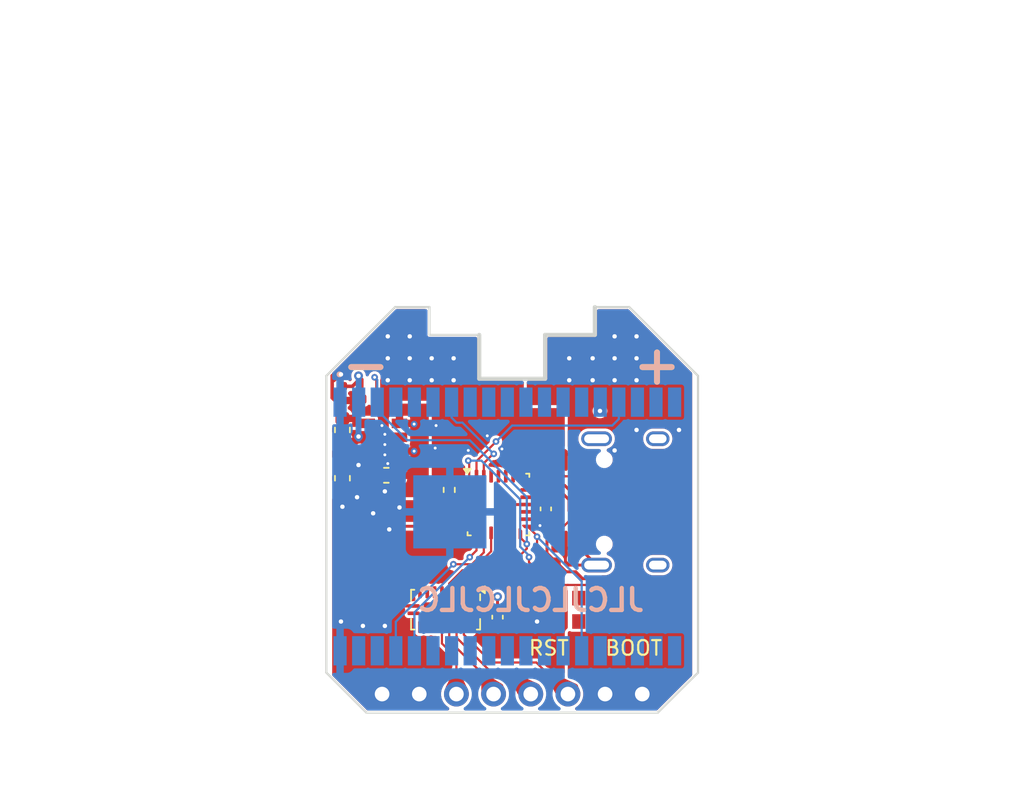
<source format=kicad_pcb>
(kicad_pcb (version 20241229) (generator "pcbnew") (generator_version "9.0")
  (layers (0 "F.Cu" signal) (4 "In1.Cu" signal) (6 "In2.Cu" signal) (2 "B.Cu" signal) (13 "F.Paste" user) (15 "B.Paste" user) (5 "F.SilkS" user "F.Silkscreen") (7 "B.SilkS" user "B.Silkscreen") (1 "F.Mask" user) (3 "B.Mask" user) (25 "Edge.Cuts" user))
  (net 0 "")
  (net 1 "USBD-")
  (net 2 "VUSB")
  (net 3 "USBD+")
  (net 5 "Net-(J2-CC2)")
  (net 6 "Net-(J2-CC1)")
  (net 8 "DFUBOOT")
  (net 9 "Net-(U2-NRST)")
  (net 10 "Net-(SW1-A)")
  (net 11 "P4")
  (net 12 "ESPBOOT")
  (net 22 "GND")
  (net 23 "+5V")
  (net 24 "3V3")
  (net 25 "ESPEN")
  (net 30 "ESPRX")
  (net 33 "ESPTX")
  (net 34 "STMTX")
  (net 35 "STMRX")
  (net 50 "P3")
  (net 59 "P5")
  (net 60 "P6")
  (net 63 "SWDCLK")
  (net 65 "SWDIO")
  (net 70 "Net-(U2-PA6)")
  (net 71 "Net-(U2-PA7)")
  (net 72 "Net-(U2-PA4)")
  (net 73 "Net-(U2-PA5)")
  (footprint "Connector_PinHeader_2.54mm:PinHeader_1x08_P2.54mm_Vertical" (layer "F.Cu") (at 0 -2.54 90)
    (property "Reference" "J1" (hide yes))
    (property "Value" "Conn_01x08_Male")
  )
  (footprint "footprints:USB_C_Receptacle_HRO_TYPE-C-31-M-12" (layer "F.Cu") (at 8.9 -15.68 90)
    (property "Reference" "J2" (hide yes))
    (property "Value" "USB_C_Receptacle_USB2.0")
  )
  (footprint "esp32-wrover:C_0603_1608Metric" (layer "F.Cu") (at -8.6 -17.5 180)
    (property "Reference" "C2" (hide yes))
    (property "Value" "10uF")
  )
  (footprint "esp32-wrover:C_0603_1608Metric" (layer "F.Cu") (at -11.6 -17.3 -90)
    (property "Reference" "C9" (hide yes))
    (property "Value" "10uF")
  )
  (footprint "esp32-wrover:C_0603_1608Metric" (layer "F.Cu") (at -11.6 -20.6 90)
    (property "Reference" "C4" (hide yes))
    (property "Value" "10uF")
  )
  (footprint "Capacitor_SMD:C_0402_1005Metric" (layer "F.Cu") (at -11.6 -23.1 -90)
    (property "Reference" "C5" (hide yes))
    (property "Value" "100nF")
  )
  (footprint "Resistor_SMD:R_0402_1005Metric" (layer "F.Cu") (at -9.77 -22.71)
    (property "Reference" "R5" (hide yes))
    (property "Value" "10k")
  )
  (footprint "Resistor_SMD:R_0402_1005Metric" (layer "F.Cu") (at -4.3 -14.5 -90)
    (property "Reference" "R6" (hide yes))
    (property "Value" "10k" (hide yes))
  )
  (footprint "Resistor_SMD:R_0402_1005Metric" (layer "F.Cu") (at 3 -13 90)
    (property "Reference" "R8" (hide yes))
    (property "Value" "5.1k" (hide yes))
  )
  (footprint "Resistor_SMD:R_0402_1005Metric" (layer "F.Cu") (at 3 -18.515 -90)
    (property "Reference" "R9" (hide yes))
    (property "Value" "5.1k")
  )
  (footprint "Resistor_SMD:R_0402_1005Metric" (layer "F.Cu") (at 0.4 -11.2 -90)
    (property "Reference" "R10" (hide yes))
    (property "Value" "470 Ohm" (hide yes))
  )
  (footprint "Resistor_SMD:R_0402_1005Metric" (layer "F.Cu") (at 3 -11.1 -90)
    (property "Reference" "R11" (hide yes))
    (property "Value" "10k" (hide yes))
  )
  (footprint "Button_Switch_SMD:SW_Push_1P1T_NO_CK_KMR2" (layer "F.Cu") (at 2.5 -8.3)
    (property "Reference" "SW1" (hide yes))
    (property "Value" "SW_SPST")
  )
  (footprint "Button_Switch_SMD:SW_Push_1P1T_NO_CK_KMR2" (layer "F.Cu") (at 8.349999 -8.3)
    (property "Reference" "SW2" (hide yes))
    (property "Value" "SW_SPST")
  )
  (footprint "Package_TO_SOT_SMD:SOT-23-5" (layer "F.Cu") (at -8.8 -20.1 180)
    (property "Reference" "U3" (hide yes))
    (property "Value" "ME6211C33M5G-N")
  )
  (footprint "Capacitor_SMD:C_0402_1005Metric" (layer "F.Cu") (at 2.3 -15.2 -90)
    (property "Reference" "C7" (hide yes))
    (property "Value" "1uF" (hide yes))
  )
  (footprint "Resistor_SMD:R_0402_1005Metric" (layer "F.Cu") (at -4.3 -16.5 90)
    (property "Reference" "R14" (hide yes))
    (property "Value" "10k")
  )
  (footprint "Capacitor_SMD:C_0402_1005Metric" (layer "F.Cu") (at -1 -7.8 -90)
    (property "Reference" "C8" (hide yes))
    (property "Value" "1uF" (hide yes))
  )
  (footprint "Package_DFN_QFN:DHVQFN-20-1EP_2.5x4.5mm_P0.5mm_EP1x3mm" (layer "F.Cu") (at -4.55 -8.3125 -90)
    (property "Reference" "U6" (hide yes))
    (property "Value" "74HC245")
  )
  (footprint "Package_DFN_QFN:QFN-28_4x4mm_P0.5mm" (layer "F.Cu") (at -0.9375 -15.5)
    (property "Reference" "U2" (hide yes))
    (property "Value" "STM32F042")
  )
  (footprint "esp32-wrover:XCVR_ESP32-WROVER" (layer "B.Cu") (at -3.5 -14 -90)
    (property "Reference" "U1" (hide yes))
    (property "Value" "ESP32-WROVER")
  )
  (gr_line (start 8.9 -24.9) (end 10.9 -24.9) (stroke (width 0.4)) (layer "F.SilkS"))
  (gr_line (start 9.9 -23.9) (end 9.9 -25.9) (stroke (width 0.4)) (layer "F.SilkS"))
  (gr_line (start -11 -24.9) (end -9 -24.9) (stroke (width 0.4)) (layer "F.SilkS"))
  (gr_line (start 9.9 -23.9) (end 9.9 -25.9) (stroke (width 0.4)) (layer "B.SilkS"))
  (gr_line (start 8.9 -24.9) (end 10.9 -24.9) (stroke (width 0.4)) (layer "B.SilkS"))
  (gr_line (start -11 -24.9) (end -9 -24.9) (stroke (width 0.4)) (layer "B.SilkS"))
  (gr_line (start -9.96 -1.27) (end 9.95 -1.27) (stroke (width 0.15)) (layer "Edge.Cuts"))
  (gr_line (start 5.649267 -29) (end 8 -29) (stroke (width 0.15)) (layer "Edge.Cuts"))
  (gr_line (start -5.649784 -27.1) (end -2.249992 -27.100034) (stroke (width 0.15)) (layer "Edge.Cuts"))
  (gr_line (start 5.649267 -29) (end 5.649267 -27.100034) (stroke (width 0.282843)) (layer "Edge.Cuts"))
  (gr_line (start -5.649784 -29) (end -8 -29) (stroke (width 0.15)) (layer "Edge.Cuts"))
  (gr_line (start 2.249992 -27.100034) (end 2.249992 -24.099698) (stroke (width 0.282843)) (layer "Edge.Cuts"))
  (gr_line (start -5.649784 -29) (end -5.649784 -27.1) (stroke (width 0.15)) (layer "Edge.Cuts"))
  (gr_line (start 11.811 -3.13) (end 12.7 -4) (stroke (width 0.15)) (layer "Edge.Cuts"))
  (gr_line (start -8 -29) (end -12.7 -24.3) (stroke (width 0.15)) (layer "Edge.Cuts"))
  (gr_line (start -12.7 -4.01) (end -12.7 -24.3) (stroke (width 0.15)) (layer "Edge.Cuts"))
  (gr_line (start 11.811 -3.13) (end 9.95 -1.27) (stroke (width 0.15)) (layer "Edge.Cuts"))
  (gr_line (start -12.7 -4.01) (end -9.96 -1.27) (stroke (width 0.15)) (layer "Edge.Cuts"))
  (gr_line (start 5.649267 -27.100034) (end 2.249992 -27.100034) (stroke (width 0.282843)) (layer "Edge.Cuts"))
  (gr_line (start 8 -29) (end 12.7 -24.3) (stroke (width 0.15)) (layer "Edge.Cuts"))
  (gr_line (start 2.249992 -24.099698) (end -2.249992 -24.099698) (stroke (width 0.282843)) (layer "Edge.Cuts"))
  (gr_line (start -2.249992 -24.099698) (end -2.249992 -27.100034) (stroke (width 0.282843)) (layer "Edge.Cuts"))
  (gr_line (start 12.7 -4) (end 12.7 -24.3) (stroke (width 0.15)) (layer "Edge.Cuts"))
  (gr_text "RST" (at 2.5 -5.1 0) (layer "F.SilkS") (effects (font (size 1 1)) (justify bottom)))
  (gr_text "BOOT" (at 8.3 -5.1 0) (layer "F.SilkS") (effects (font (size 1 1)) (justify bottom)))
  (gr_text "JLCJLCJLCJLC" (at 1.27 -8.97 0) (layer "B.SilkS") (effects (font (size 1.5 1.5) (thickness 0.3)) (justify mirror)))
  (segment (start 4.855 -15.93) (end 3.978 -15.93) (width 0.2) (layer "F.Cu") (net 1))
  (segment (start 1.531588 -16.149) (end 1.550099 -16.149) (width 0.2) (layer "F.Cu") (net 1))
  (segment (start 3.978 -15.93) (end 3.879 -15.831) (width 0.2) (layer "F.Cu") (net 1))
  (segment (start 1.701098 -16.3) (end 3.41 -16.3) (width 0.2) (layer "F.Cu") (net 1))
  (segment (start 1 -16) (end 1.382588 -16) (width 0.2) (layer "F.Cu") (net 1))
  (segment (start 4.03 -14.93) (end 4.855 -14.93) (width 0.2) (layer "F.Cu") (net 1))
  (segment (start 1.550099 -16.149) (end 1.701098 -16.3) (width 0.2) (layer "F.Cu") (net 1))
  (segment (start 3.41 -16.3) (end 3.879 -15.831) (width 0.2) (layer "F.Cu") (net 1))
  (segment (start 3.879 -15.081) (end 4.03 -14.93) (width 0.2) (layer "F.Cu") (net 1))
  (segment (start 1.382588 -16) (end 1.531588 -16.149) (width 0.2) (layer "F.Cu") (net 1))
  (segment (start 3.879 -15.831) (end 3.879 -15.081) (width 0.2) (layer "F.Cu") (net 1))
  (segment (start 6.157 -13.657) (end 6.157 -17.703) (width 0.15) (layer "F.Cu") (net 2))
  (segment (start 5.73 -13.23) (end 6.157 -13.657) (width 0.15) (layer "F.Cu") (net 2))
  (segment (start 6.157 -17.703) (end 5.73 -18.13) (width 0.15) (layer "F.Cu") (net 2))
  (segment (start 5.73 -18.13) (end 4.855 -18.13) (width 0.15) (layer "F.Cu") (net 2))
  (segment (start 4.855 -13.23) (end 5.73 -13.23) (width 0.15) (layer "F.Cu") (net 2))
  (segment (start 5.78 -15.43) (end 5.831 -15.481) (width 0.2) (layer "F.Cu") (net 3))
  (segment (start 1.6985 -16.79379) (end 1.6985 -16.8) (width 0.2) (layer "F.Cu") (net 3))
  (segment (start 1 -16.5) (end 1.40471 -16.5) (width 0.2) (layer "F.Cu") (net 3))
  (segment (start 5.831 -15.481) (end 5.831 -16.269) (width 0.2) (layer "F.Cu") (net 3))
  (segment (start 3.6 -16.8) (end 3.97 -16.43) (width 0.2) (layer "F.Cu") (net 3))
  (segment (start 5.67 -16.43) (end 4.855 -16.43) (width 0.2) (layer "F.Cu") (net 3))
  (segment (start 1.6985 -16.8) (end 3.6 -16.8) (width 0.2) (layer "F.Cu") (net 3))
  (segment (start 4.855 -15.43) (end 5.78 -15.43) (width 0.2) (layer "F.Cu") (net 3))
  (segment (start 3.97 -16.43) (end 4.855 -16.43) (width 0.2) (layer "F.Cu") (net 3))
  (segment (start 5.831 -16.269) (end 5.67 -16.43) (width 0.2) (layer "F.Cu") (net 3))
  (segment (start 1.40471 -16.5) (end 1.6985 -16.79379) (width 0.2) (layer "F.Cu") (net 3))
  (segment (start 3.6 -17.43) (end 4.855 -17.43) (width 0.15) (layer "F.Cu") (net 5))
  (segment (start 3 -18.03) (end 3.6 -17.43) (width 0.15) (layer "F.Cu") (net 5))
  (segment (start 3.945 -14.43) (end 3 -13.485) (width 0.15) (layer "F.Cu") (net 6))
  (segment (start 4.855 -14.43) (end 3.945 -14.43) (width 0.15) (layer "F.Cu") (net 6))
  (segment (start 5.225999 -9.826) (end 5.051999 -10) (width 0.15) (layer "F.Cu") (net 8))
  (segment (start 1.15 -11.55) (end 1.15 -11.9) (width 0.15) (layer "F.Cu") (net 8))
  (segment (start 5.051999 -10) (end 3.8 -10) (width 0.15) (layer "F.Cu") (net 8))
  (segment (start 6.3 -7.5) (end 5.225999 -8.574001) (width 0.15) (layer "F.Cu") (net 8))
  (segment (start 2.7 -10) (end 1.15 -11.55) (width 0.15) (layer "F.Cu") (net 8))
  (segment (start 5.225999 -8.574001) (end 5.225999 -9.826) (width 0.15) (layer "F.Cu") (net 8))
  (segment (start 3.8 -10) (end 2.7 -10) (width 0.15) (layer "F.Cu") (net 8))
  (segment (start -2.935 -17) (end -4.290001 -17) (width 0.15) (layer "F.Cu") (net 8))
  (segment (start -4.290001 -17) (end -4.3 -17.009999) (width 0.15) (layer "F.Cu") (net 8))
  (segment (start -2.935 -18.435) (end -3 -18.5) (width 0.15) (layer "F.Cu") (net 8))
  (segment (start -2.935 -17) (end -2.935 -18.435) (width 0.15) (layer "F.Cu") (net 8))
  (via (at 1.15 -11.9) (size 0.45) (drill 0.2) (layers "F.Cu" "B.Cu") (net 8))
  (via (at -3 -18.5) (size 0.45) (drill 0.2) (layers "F.Cu" "B.Cu") (net 8))
  (segment (start 1.15 -11.9) (end 1.15 -12.012189) (width 0.15) (layer "B.Cu") (net 8))
  (segment (start -3 -18.5) (end -2.1 -18.5) (width 0.15) (layer "B.Cu") (net 8))
  (segment (start -2.1 -18.5) (end 0.549 -15.851) (width 0.15) (layer "B.Cu") (net 8))
  (segment (start 0.549 -15.851) (end 0.549 -12.613189) (width 0.15) (layer "B.Cu") (net 8))
  (segment (start 1.15 -12.012189) (end 0.549 -12.613189) (width 0.15) (layer "B.Cu") (net 8))
  (segment (start -2.874999 -15.5) (end -3.785 -15.5) (width 0.15) (layer "F.Cu") (net 9))
  (segment (start -3.785 -15.5) (end -4.3 -14.985) (width 0.15) (layer "F.Cu") (net 9))
  (segment (start 0.4 -9.150001) (end 0.450001 -9.1) (width 0.15) (layer "F.Cu") (net 10))
  (segment (start 0.4 -10.715) (end 0.4 -9.150001) (width 0.15) (layer "F.Cu") (net 10))
  (segment (start -4.3 -6.2) (end -4.3 -7.125) (width 0.15) (layer "F.Cu") (net 11))
  (segment (start -1.27 -3.17) (end -4.3 -6.2) (width 0.15) (layer "F.Cu") (net 11))
  (segment (start -1.27 -2.54) (end -1.27 -3.17) (width 0.15) (layer "F.Cu") (net 11))
  (segment (start 1.7 -13.3) (end 1.7 -13.36) (width 0.15) (layer "F.Cu") (net 12))
  (segment (start 3 -10.615) (end 2.87 -10.615) (width 0.15) (layer "F.Cu") (net 12))
  (segment (start 2.87 -10.615) (end 1.7 -11.785) (width 0.15) (layer "F.Cu") (net 12))
  (segment (start 1.7 -11.785) (end 1.7 -13.3) (width 0.15) (layer "F.Cu") (net 12))
  (segment (start 1.7 -13.36) (end 1.06 -14) (width 0.15) (layer "F.Cu") (net 12))
  (via (at 1.7 -13.3) (size 0.45) (drill 0.2) (layers "F.Cu" "B.Cu") (net 12))
  (segment (start 4.75 -10.25) (end 1.7 -13.3) (width 0.15) (layer "B.Cu") (net 12))
  (segment (start 4.75 -5.5) (end 4.75 -10.25) (width 0.15) (layer "B.Cu") (net 12))
  (segment (start -11.7 -24.4) (end -11.6 -24.3) (width 0.24) (layer "F.Cu") (net 22))
  (segment (start -12.3 -24.3) (end -12.2 -24.4) (width 0.24) (layer "F.Cu") (net 22))
  (segment (start -11.6 -15.8) (end -11.6 -16.8125) (width 0.4) (layer "F.Cu") (net 22))
  (segment (start -2.625 -7.3) (end -1.7 -7.3) (width 0.2) (layer "F.Cu") (net 22))
  (segment (start -1.68 -7.32) (end -1 -7.32) (width 0.2) (layer "F.Cu") (net 22))
  (segment (start -7.7 -20.1) (end -8.4 -20.1) (width 0.5) (layer "F.Cu") (net 22))
  (segment (start 3.64 -11.903362) (end 3.64 -11.603362) (width 0.2) (layer "F.Cu") (net 22))
  (segment (start 4.855 -18.93) (end 3.07 -18.93) (width 0.2) (layer "F.Cu") (net 22))
  (segment (start 1.67 -14.5) (end 1.6 -14.5) (width 0.2) (layer "F.Cu") (net 22))
  (segment (start -8.4 -20.1) (end -8.7 -20.4) (width 0.24) (layer "F.Cu") (net 22))
  (segment (start 4.77 -12.515) (end 4.855 -12.43) (width 0.2) (layer "F.Cu") (net 22))
  (segment (start 1.89 -14.72) (end 1.67 -14.5) (width 0.2) (layer "F.Cu") (net 22))
  (segment (start -11.6 -21.3875) (end -11.6 -22.615) (width 0.24) (layer "F.Cu") (net 22))
  (segment (start -12.2 -24.4) (end -11.7 -24.4) (width 0.24) (layer "F.Cu") (net 22))
  (segment (start 3 -12.515) (end 4.77 -12.515) (width 0.2) (layer "F.Cu") (net 22))
  (segment (start 5.77 -11.36) (end 3.883362 -11.36) (width 0.2) (layer "F.Cu") (net 22))
  (segment (start 1.6 -14.42) (end 1.6 -14.5) (width 0.2) (layer "F.Cu") (net 22))
  (segment (start 1.9 -14.06) (end 1.9 -14.12) (width 0.2) (layer "F.Cu") (net 22))
  (segment (start -7.8 -8.6) (end -7.7625 -8.5625) (width 0.2) (layer "F.Cu") (net 22))
  (segment (start -12.1 -22.6) (end -12.3 -22.8) (width 0.24) (layer "F.Cu") (net 22))
  (segment (start 0.450001 -7.5) (end 1.7 -7.5) (width 0.2) (layer "F.Cu") (net 22))
  (segment (start -11.6 -22.615) (end -11.615 -22.6) (width 0.24) (layer "F.Cu") (net 22))
  (segment (start -6.7375 -8.5625) (end -7.7625 -8.5625) (width 0.2) (layer "F.Cu") (net 22))
  (segment (start -2.8 -7.125) (end -2.625 -7.3) (width 0.2) (layer "F.Cu") (net 22))
  (segment (start 1.9 -14.12) (end 1.6 -14.42) (width 0.2) (layer "F.Cu") (net 22))
  (segment (start 4.855 -12.43) (end 4.855 -12.275) (width 0.2) (layer "F.Cu") (net 22))
  (segment (start -12.3 -22.8) (end -12.3 -24.3) (width 0.24) (layer "F.Cu") (net 22))
  (segment (start 2.3 -14.72) (end 1.89 -14.72) (width 0.2) (layer "F.Cu") (net 22))
  (segment (start -1.7 -7.3) (end -1.68 -7.32) (width 0.2) (layer "F.Cu") (net 22))
  (segment (start -11.615 -22.6) (end -12.1 -22.6) (width 0.24) (layer "F.Cu") (net 22))
  (segment (start 3.028362 -12.515) (end 3.64 -11.903362) (width 0.2) (layer "F.Cu") (net 22))
  (segment (start 3.883362 -11.36) (end 3.64 -11.603362) (width 0.2) (layer "F.Cu") (net 22))
  (segment (start 3.07 -18.93) (end 3 -19) (width 0.2) (layer "F.Cu") (net 22))
  (segment (start 1 -14.5) (end 1.6 -14.5) (width 0.2) (layer "F.Cu") (net 22))
  (segment (start 3 -12.515) (end 3.028362 -12.515) (width 0.2) (layer "F.Cu") (net 22))
  (segment (start 4.855 -12.275) (end 5.77 -11.36) (width 0.2) (layer "F.Cu") (net 22))
  (via (at -8.5 -25.5) (size 0.6) (drill 0.3) (layers "F.Cu" "B.Cu") (net 22))
  (via (at -8.5 -24) (size 0.6) (drill 0.3) (layers "F.Cu" "B.Cu") (net 22))
  (via (at -8.5 -27) (size 0.6) (drill 0.3) (layers "F.Cu" "B.Cu") (net 22))
  (via (at -8.7 -20.3) (size 0.45) (drill 0.2) (layers "F.Cu" "B.Cu") (net 22))
  (via (at -5.26 -19.36) (size 0.45) (drill 0.2) (layers "F.Cu" "B.Cu") (net 22))
  (via (at -8.5 -18.3) (size 0.45) (drill 0.2) (layers "F.Cu" "B.Cu") (net 22))
  (via (at -8.7 -18.9) (size 0.45) (drill 0.2) (layers "F.Cu" "B.Cu") (net 22))
  (via (at -8.9 -20.9) (size 0.45) (drill 0.2) (layers "F.Cu" "B.Cu") (net 22))
  (via (at -8.7 -19.6) (size 0.45) (drill 0.2) (layers "F.Cu" "B.Cu") (net 22))
  (via (at -4 -24) (size 0.6) (drill 0.3) (layers "F.Cu" "B.Cu") (net 22))
  (via (at -8.7 -7.2) (size 0.6) (drill 0.3) (layers "F.Cu" "B.Cu") (net 22))
  (via (at -0.7 -19.3) (size 0.45) (drill 0.2) (layers "F.Cu" "B.Cu") (net 22))
  (via (at -3 -19.2) (size 0.45) (drill 0.2) (layers "F.Cu" "B.Cu") (net 22))
  (via (at -5.5 -25.5) (size 0.6) (drill 0.3) (layers "F.Cu" "B.Cu") (net 22))
  (via (at -10.2 -7.2) (size 0.6) (drill 0.3) (layers "F.Cu" "B.Cu") (net 22))
  (via (at -7.7 -15.3) (size 0.6) (drill 0.3) (layers "F.Cu" "B.Cu") (net 22))
  (via (at 1.7 -7.5) (size 0.6) (drill 0.3) (layers "F.Cu" "B.Cu") (net 22))
  (via (at -8.4 -13.8) (size 0.6) (drill 0.3) (layers "F.Cu" "B.Cu") (net 22))
  (via (at -1.7 -20.2) (size 0.45) (drill 0.2) (layers "F.Cu" "B.Cu") (net 22))
  (via (at -10.6 -16) (size 0.6) (drill 0.3) (layers "F.Cu" "B.Cu") (net 22))
  (via (at -11.7 -24.4) (size 0.6) (drill 0.3) (layers "F.Cu" "B.Cu") (net 22))
  (via (at -7 -27) (size 0.6) (drill 0.3) (layers "F.Cu" "B.Cu") (net 22))
  (via (at -11.7 -7.5) (size 0.6) (drill 0.3) (layers "F.Cu" "B.Cu") (net 22))
  (via (at 1.9 -14.06) (size 0.45) (drill 0.2) (layers "F.Cu" "B.Cu") (net 22))
  (via (at -5.2 -20.9) (size 0.45) (drill 0.2) (layers "F.Cu" "B.Cu") (net 22))
  (via (at -10.5 -18.2) (size 0.6) (drill 0.3) (layers "F.Cu" "B.Cu") (net 22))
  (via (at -4 -25.5) (size 0.6) (drill 0.3) (layers "F.Cu" "B.Cu") (net 22))
  (via (at -7 -24) (size 0.6) (drill 0.3) (layers "F.Cu" "B.Cu") (net 22))
  (via (at -5.5 -24) (size 0.6) (drill 0.3) (layers "F.Cu" "B.Cu") (net 22))
  (via (at 6 -21.9) (size 0.6) (drill 0.3) (layers "F.Cu" "B.Cu") (net 22))
  (via (at -9.5 -14.9) (size 0.6) (drill 0.3) (layers "F.Cu" "B.Cu") (net 22))
  (via (at -7 -25.5) (size 0.6) (drill 0.3) (layers "F.Cu" "B.Cu") (net 22))
  (via (at -8.7 -16.4) (size 0.6) (drill 0.3) (layers "F.Cu" "B.Cu") (net 22))
  (via (at -11.6 -15.35) (size 0.6) (drill 0.3) (layers "F.Cu" "B.Cu") (net 22))
  (segment (start -11.76 -5.5) (end -11.76 -6.24) (width 0.25) (layer "B.Cu") (net 22))
  (segment (start -11.7 -24.4) (end -11.76 -24.34) (width 0.24) (layer "B.Cu") (net 22))
  (segment (start -11.76 -24.34) (end -11.76 -22.5) (width 0.24) (layer "B.Cu") (net 22))
  (segment (start -10.1 -26) (end -8.5 -26) (width 0.4) (layer "B.Cu") (net 22))
  (segment (start -4.26 -15) (end -3.7 -15) (width 0.2) (layer "B.Cu") (net 22))
  (segment (start -11.7 -24.4) (end -10.1 -26) (width 0.4) (layer "B.Cu") (net 22))
  (segment (start -11.76 -22.5) (end -11.76 -19.46) (width 0.24) (layer "B.Cu") (net 22))
  (segment (start 6.02 -21.92) (end 6 -21.9) (width 0.4) (layer "B.Cu") (net 22))
  (segment (start -11.76 -19.46) (end -10.5 -18.2) (width 0.24) (layer "B.Cu") (net 22))
  (segment (start 6.02 -22.5) (end 6.02 -21.92) (width 0.4) (layer "B.Cu") (net 22))
  (segment (start -3.7 -15) (end -3.34 -14.64) (width 0.2) (layer "B.Cu") (net 22))
  (segment (start -1.28 -8.28) (end -1.3 -8.3) (width 0.2) (layer "F.Cu") (net 23))
  (segment (start -1.5375 -8.0625) (end -1.3 -8.3) (width 0.2) (layer "F.Cu") (net 23))
  (segment (start -1 -8.28) (end -1.28 -8.28) (width 0.2) (layer "F.Cu") (net 23))
  (segment (start -1.5625 -8.5625) (end -2.3625 -8.5625) (width 0.2) (layer "F.Cu") (net 23))
  (segment (start -2.3625 -8.0625) (end -1.5375 -8.0625) (width 0.2) (layer "F.Cu") (net 23))
  (segment (start -6.7 -19.15) (end -7.8 -19.15) (width 0.5) (layer "F.Cu") (net 23))
  (segment (start -6.7 -19.15) (end -6.7 -21) (width 0.5) (layer "F.Cu") (net 23))
  (segment (start -7.8125 -17.75) (end -7.8125 -19.1375) (width 0.4) (layer "F.Cu") (net 23))
  (segment (start -1.3 -8.3) (end -1.5625 -8.5625) (width 0.2) (layer "F.Cu") (net 23))
  (segment (start -7.8125 -19.1375) (end -7.8 -19.15) (width 0.24) (layer "F.Cu") (net 23))
  (segment (start -6.750998 -21.05) (end -7.8 -21.05) (width 0.5) (layer "F.Cu") (net 23))
  (segment (start -1 -8.28) (end -1 -9.2) (width 0.2) (layer "F.Cu") (net 23))
  (via (at 8.5 -25.5) (size 0.6) (drill 0.3) (layers "F.Cu" "B.Cu") (net 23))
  (via (at 7 -25.5) (size 0.6) (drill 0.3) (layers "F.Cu" "B.Cu") (net 23))
  (via (at 8.5 -24) (size 0.6) (drill 0.3) (layers "F.Cu" "B.Cu") (net 23))
  (via (at 7 -27) (size 0.6) (drill 0.3) (layers "F.Cu" "B.Cu") (net 23))
  (via (at 7 -24) (size 0.6) (drill 0.3) (layers "F.Cu" "B.Cu") (net 23))
  (via (at 8.5 -27) (size 0.6) (drill 0.3) (layers "F.Cu" "B.Cu") (net 23))
  (via (at 5.5 -25.5) (size 0.6) (drill 0.3) (layers "F.Cu" "B.Cu") (net 23))
  (via (at -6.7 -19.15) (size 0.45) (drill 0.2) (layers "F.Cu" "B.Cu") (net 23))
  (via (at -6.7 -21) (size 0.45) (drill 0.2) (layers "F.Cu" "B.Cu") (net 23))
  (via (at 5.5 -24) (size 0.6) (drill 0.3) (layers "F.Cu" "B.Cu") (net 23))
  (via (at 3.9 -25.5) (size 0.6) (drill 0.3) (layers "F.Cu" "B.Cu") (net 23))
  (via (at 3.9 -24) (size 0.6) (drill 0.3) (layers "F.Cu" "B.Cu") (net 23))
  (via (at 8.5 -20.6) (size 0.6) (drill 0.3) (layers "F.Cu" "B.Cu") (net 23))
  (via (at 7 -19.2) (size 0.6) (drill 0.3) (layers "F.Cu" "B.Cu") (net 23))
  (via (at -1 -9.2) (size 0.6) (drill 0.3) (layers "F.Cu" "B.Cu") (net 23))
  (via (at 11.4 -20.6) (size 0.6) (drill 0.3) (layers "F.Cu" "B.Cu") (net 23))
  (segment (start -11.6 -18.3875) (end -11.6 -19.8125) (width 0.4) (layer "F.Cu") (net 24))
  (segment (start -10.915 -23.585) (end -10.5 -24) (width 0.24) (layer "F.Cu") (net 24))
  (segment (start -10.255 -24.055) (end -10.5 -24.3) (width 0.2) (layer "F.Cu") (net 24))
  (segment (start 2.9 -15.08) (end 2.9 -15.05755) (width 0.2) (layer "F.Cu") (net 24))
  (segment (start 2.9 -14.343362) (end 2.379 -13.822362) (width 0.2) (layer "F.Cu") (net 24))
  (segment (start -4.3 -14.028298) (end -3.328298 -15) (width 0.2) (layer "F.Cu") (net 24))
  (segment (start -0.222235 -15.5) (end -0.722235 -15) (width 0.2) (layer "F.Cu") (net 24))
  (segment (start 6.3 -9.8) (end 5.675 -10.425) (width 0.2) (layer "F.Cu") (net 24))
  (segment (start 2.3 -15.68) (end 1.88 -15.68) (width 0.2) (layer "F.Cu") (net 24))
  (segment (start -10 -19.15) (end -10 -19.65) (width 0.4) (layer "F.Cu") (net 24))
  (segment (start 2.3 -15.68) (end 2.9 -15.08) (width 0.2) (layer "F.Cu") (net 24))
  (segment (start -3.328298 -15) (end -2.875 -15) (width 0.2) (layer "F.Cu") (net 24))
  (segment (start 2.971638 -11.585) (end 3 -11.585) (width 0.2) (layer "F.Cu") (net 24))
  (segment (start -7.5275 -14.015) (end -11.6 -18.0875) (width 0.2) (layer "F.Cu") (net 24))
  (segment (start -10.8375 -19.8125) (end -10.5 -20.15) (width 0.4) (layer "F.Cu") (net 24))
  (segment (start -10 -19.65) (end -10.5 -20.15) (width 0.4) (layer "F.Cu") (net 24))
  (segment (start 3.685 -10.9) (end 3 -11.585) (width 0.2) (layer "F.Cu") (net 24))
  (segment (start -11.6 -19.8125) (end -10.8375 -19.8125) (width 0.4) (layer "F.Cu") (net 24))
  (segment (start 1.7 -15.1) (end 1.7 -15.5) (width 0.2) (layer "F.Cu") (net 24))
  (segment (start -0.722235 -15) (end -2.875 -15) (width 0.2) (layer "F.Cu") (net 24))
  (segment (start -4.3 -14.015) (end -7.5275 -14.015) (width 0.2) (layer "F.Cu") (net 24))
  (segment (start 2.9 -14.38245) (end 2.9 -14.343362) (width 0.2) (layer "F.Cu") (net 24))
  (segment (start 4.35 -10.9) (end 3.685 -10.9) (width 0.2) (layer "F.Cu") (net 24))
  (segment (start 2.9 -15.05755) (end 2.911 -15.04655) (width 0.2) (layer "F.Cu") (net 24))
  (segment (start 2.379 -13.822362) (end 2.379 -12.177638) (width 0.2) (layer "F.Cu") (net 24))
  (segment (start 2.911 -14.39345) (end 2.9 -14.38245) (width 0.2) (layer "F.Cu") (net 24))
  (segment (start -10.255 -22.71) (end -10.255 -24.055) (width 0.2) (layer "F.Cu") (net 24))
  (segment (start 1.7 -15.5) (end 0.999999 -15.5) (width 0.2) (layer "F.Cu") (net 24))
  (segment (start 6.3 -9.1) (end 6.3 -9.8) (width 0.2) (layer "F.Cu") (net 24))
  (segment (start -11.6 -23.585) (end -10.915 -23.585) (width 0.24) (layer "F.Cu") (net 24))
  (segment (start -4.3 -14.015) (end -4.3 -14.028298) (width 0.2) (layer "F.Cu") (net 24))
  (segment (start -10.5 -24.3) (end -10.5 -24) (width 0.24) (layer "F.Cu") (net 24))
  (segment (start 2.379 -12.177638) (end 2.971638 -11.585) (width 0.2) (layer "F.Cu") (net 24))
  (segment (start 4.825 -10.425) (end 4.35 -10.9) (width 0.2) (layer "F.Cu") (net 24))
  (segment (start 5.675 -10.425) (end 4.825 -10.425) (width 0.2) (layer "F.Cu") (net 24))
  (segment (start 1.88 -15.68) (end 1.7 -15.5) (width 0.2) (layer "F.Cu") (net 24))
  (segment (start 0.999999 -15.5) (end -0.222235 -15.5) (width 0.2) (layer "F.Cu") (net 24))
  (segment (start 1.6 -15) (end 1.7 -15.1) (width 0.2) (layer "F.Cu") (net 24))
  (segment (start 1 -15) (end 1.6 -15) (width 0.2) (layer "F.Cu") (net 24))
  (segment (start 2.911 -15.04655) (end 2.911 -14.39345) (width 0.2) (layer "F.Cu") (net 24))
  (via (at -10.5 -20.15) (size 0.6) (drill 0.3) (layers "F.Cu" "B.Cu") (net 24))
  (via (at -10.5 -24.3) (size 0.6) (drill 0.3) (layers "F.Cu" "B.Cu") (net 24))
  (segment (start -10.5 -24.3) (end -10.49 -24.29) (width 0.24) (layer "B.Cu") (net 24))
  (segment (start -10.49 -24.29) (end -10.49 -22.5) (width 0.4) (layer "B.Cu") (net 24))
  (segment (start -10.5 -20) (end -10.5 -22.49) (width 0.4) (layer "B.Cu") (net 24))
  (segment (start -10.5 -22.49) (end -10.49 -22.5) (width 0.24) (layer "B.Cu") (net 24))
  (segment (start -9.285 -22.71) (end -9.285 -24.085) (width 0.15) (layer "F.Cu") (net 25))
  (segment (start -9.285 -24.085) (end -9.4 -24.2) (width 0.15) (layer "F.Cu") (net 25))
  (segment (start 0.5625 -13.2375) (end 1 -12.8) (width 0.15) (layer "F.Cu") (net 25))
  (segment (start 0.4 -11.885) (end 1 -12.485) (width 0.15) (layer "F.Cu") (net 25))
  (segment (start 0.4 -11.685) (end 0.4 -11.885) (width 0.15) (layer "F.Cu") (net 25))
  (segment (start 0.5625 -13.5025) (end 0.5625 -13.2375) (width 0.15) (layer "F.Cu") (net 25))
  (segment (start 1 -12.485) (end 1 -12.8) (width 0.15) (layer "F.Cu") (net 25))
  (via (at 1 -12.8) (size 0.45) (drill 0.2) (layers "F.Cu" "B.Cu") (net 25))
  (via (at -9.4 -24.2) (size 0.45) (drill 0.2) (layers "F.Cu" "B.Cu") (net 25))
  (segment (start -9.22 -22.5) (end -9.22 -21.95) (width 0.15) (layer "B.Cu") (net 25))
  (segment (start -7.17 -19.9) (end -2.9 -19.9) (width 0.15) (layer "B.Cu") (net 25))
  (segment (start -9.4 -24.2) (end -9.22 -24.02) (width 0.15) (layer "B.Cu") (net 25))
  (segment (start -2.9 -19.9) (end 1 -16) (width 0.15) (layer "B.Cu") (net 25))
  (segment (start 1 -16) (end 1 -12.8) (width 0.15) (layer "B.Cu") (net 25))
  (segment (start -9.22 -21.95) (end -7.17 -19.9) (width 0.15) (layer "B.Cu") (net 25))
  (segment (start -9.22 -24.02) (end -9.22 -22.5) (width 0.15) (layer "B.Cu") (net 25))
  (segment (start -2.4375 -13.5025) (end -2.4375 -12.3625) (width 0.15) (layer "F.Cu") (net 30))
  (segment (start -2.4375 -12.3625) (end -2.9 -11.9) (width 0.15) (layer "F.Cu") (net 30))
  (via (at -2.9 -11.9) (size 0.45) (drill 0.2) (layers "F.Cu" "B.Cu") (net 30))
  (segment (start -6.68 -6.42) (end -6.68 -5.5) (width 0.25) (layer "B.Cu") (net 30))
  (segment (start -6.68 -8.12) (end -6.68 -5.5) (width 0.15) (layer "B.Cu") (net 30))
  (segment (start -6.68 -6.42) (end -6.68 -5.5) (width 0.25) (layer "B.Cu") (net 30))
  (segment (start -2.9 -11.9) (end -6.68 -8.12) (width 0.15) (layer "B.Cu") (net 30))
  (segment (start -4.018199 -11.418199) (end -2.745404 -11.418199) (width 0.15) (layer "F.Cu") (net 33))
  (segment (start -1.9375 -12.226103) (end -1.9375 -13.5625) (width 0.15) (layer "F.Cu") (net 33))
  (segment (start -2.745404 -11.418199) (end -1.9375 -12.226103) (width 0.15) (layer "F.Cu") (net 33))
  (via (at -4.018199 -11.418199) (size 0.45) (drill 0.2) (layers "F.Cu" "B.Cu") (net 33))
  (segment (start -7.95 -7.486398) (end -7.95 -5.5) (width 0.15) (layer "B.Cu") (net 33))
  (segment (start -4.018199 -11.418199) (end -7.95 -7.486398) (width 0.15) (layer "B.Cu") (net 33))
  (segment (start -1.298025 -18.965577) (end -1.9375 -18.326102) (width 0.15) (layer "F.Cu") (net 34))
  (segment (start -1.257372 -18.965577) (end -1.298025 -18.965577) (width 0.15) (layer "F.Cu") (net 34))
  (segment (start -1.9375 -18.326102) (end -1.9375 -17.4375) (width 0.15) (layer "F.Cu") (net 34))
  (via (at -1.257372 -18.965577) (size 0.45) (drill 0.2) (layers "F.Cu" "B.Cu") (net 34))
  (segment (start -3.4 -21.1) (end -3.8 -21.1) (width 0.15) (layer "B.Cu") (net 34))
  (segment (start -3.8 -21.1) (end -4.14 -21.44) (width 0.15) (layer "B.Cu") (net 34))
  (segment (start -1.257372 -18.965577) (end -1.265577 -18.965577) (width 0.15) (layer "B.Cu") (net 34))
  (segment (start -1.265577 -18.965577) (end -3.4 -21.1) (width 0.15) (layer "B.Cu") (net 34))
  (segment (start -4.14 -21.44) (end -4.14 -22.5) (width 0.15) (layer "B.Cu") (net 34))
  (segment (start -1.106053 -19.807567) (end -1.106053 -19.793947) (width 0.15) (layer "F.Cu") (net 35))
  (segment (start -1.106053 -19.793947) (end -2.4375 -18.4625) (width 0.15) (layer "F.Cu") (net 35))
  (segment (start -2.4375 -18.4625) (end -2.4375 -17.4975) (width 0.15) (layer "F.Cu") (net 35))
  (via (at -1.106053 -19.807567) (size 0.45) (drill 0.2) (layers "F.Cu" "B.Cu") (net 35))
  (segment (start 7.29 -21.35) (end 7.29 -22.5) (width 0.15) (layer "B.Cu") (net 35))
  (segment (start -1.106053 -19.807567) (end -1.092433 -19.807567) (width 0.15) (layer "B.Cu") (net 35))
  (segment (start -1.092433 -19.807567) (end 0 -20.9) (width 0.15) (layer "B.Cu") (net 35))
  (segment (start 0 -20.9) (end 6.84 -20.9) (width 0.15) (layer "B.Cu") (net 35))
  (segment (start 6.84 -20.9) (end 7.29 -21.35) (width 0.15) (layer "B.Cu") (net 35))
  (segment (start -3.81 -2.54) (end -3.81 -5.01) (width 0.15) (layer "F.Cu") (net 50))
  (segment (start -4.8 -6) (end -4.8 -7.125) (width 0.15) (layer "F.Cu") (net 50))
  (segment (start -3.81 -5.01) (end -4.8 -6) (width 0.15) (layer "F.Cu") (net 50))
  (segment (start -0.39 -4.2) (end -1.6 -4.2) (width 0.15) (layer "F.Cu") (net 59))
  (segment (start -1.6 -4.2) (end -3.8 -6.4) (width 0.15) (layer "F.Cu") (net 59))
  (segment (start -3.8 -6.4) (end -3.8 -7.125) (width 0.15) (layer "F.Cu") (net 59))
  (segment (start 1.27 -2.54) (end -0.39 -4.2) (width 0.15) (layer "F.Cu") (net 59))
  (segment (start -1.4 -4.7) (end -3.3 -6.6) (width 0.15) (layer "F.Cu") (net 60))
  (segment (start 3.81 -2.54) (end 1.65 -4.7) (width 0.15) (layer "F.Cu") (net 60))
  (segment (start 1.65 -4.7) (end -1.4 -4.7) (width 0.15) (layer "F.Cu") (net 60))
  (segment (start -3.3 -6.6) (end -3.3 -7.125) (width 0.15) (layer "F.Cu") (net 60))
  (segment (start -3.001 -10.399) (end -2.475322 -10.399) (width 0.15) (layer "F.Cu") (net 70))
  (segment (start -2.475322 -10.399) (end -0.4375 -12.436822) (width 0.15) (layer "F.Cu") (net 70))
  (segment (start -0.4375 -12.436822) (end -0.4375 -13.5625) (width 0.15) (layer "F.Cu") (net 70))
  (segment (start -3.3 -10.1) (end -3.001 -10.399) (width 0.15) (layer "F.Cu") (net 70))
  (segment (start -3.3 -9.5) (end -3.3 -10.1) (width 0.15) (layer "F.Cu") (net 70))
  (segment (start 0.0625 -12.399796) (end 0.0625 -13.5625) (width 0.15) (layer "F.Cu") (net 71))
  (segment (start -2.8 -9.5) (end -2.8 -9.537296) (width 0.15) (layer "F.Cu") (net 71))
  (segment (start -2.8 -9.537296) (end 0.0625 -12.399796) (width 0.15) (layer "F.Cu") (net 71))
  (segment (start -1.4375 -12.300425) (end -2.737925 -11) (width 0.15) (layer "F.Cu") (net 72))
  (segment (start -4.3 -10.1) (end -4.3 -9.5) (width 0.15) (layer "F.Cu") (net 72))
  (segment (start -3.4 -11) (end -4.3 -10.1) (width 0.15) (layer "F.Cu") (net 72))
  (segment (start -2.737925 -11) (end -3.4 -11) (width 0.15) (layer "F.Cu") (net 72))
  (segment (start -1.4375 -13.5625) (end -1.4375 -12.300425) (width 0.15) (layer "F.Cu") (net 72))
  (segment (start -2.6 -10.7) (end -0.9375 -12.3625) (width 0.15) (layer "F.Cu") (net 73))
  (segment (start -3.2 -10.7) (end -2.6 -10.7) (width 0.15) (layer "F.Cu") (net 73))
  (segment (start -3.8 -9.5) (end -3.8 -10.1) (width 0.15) (layer "F.Cu") (net 73))
  (segment (start -3.8 -10.1) (end -3.2 -10.7) (width 0.15) (layer "F.Cu") (net 73))
  (segment (start -0.9375 -12.3625) (end -0.9375 -13.562501) (width 0.15) (layer "F.Cu") (net 73))
  (zone (net 24) (net_name "3V3") (layer "F.Cu") (priority 1) (connect_pads (clearance 0.2)) (min_thickness 0.254) (fill yes (thermal_gap 0.2) (thermal_bridge_width 0.508))
    (polygon (pts (xy -9.4 -18.1) (xy -10.6 -18.1) (xy -10.6 -17.7) (xy -12.3 -17.7) (xy -12.3 -20.6) (xy -9.4 -20.6)))
  )
  (zone (net 23) (net_name "+5V") (layer "F.Cu") (priority 1) (connect_pads (clearance 0.2)) (min_thickness 0.254) (fill yes (thermal_gap 0.2) (thermal_bridge_width 0.508))
    (polygon (pts (xy -5.7 -16) (xy -8 -16) (xy -8 -22.4) (xy -5.7 -22.4)))
  )
  (zone (net 50) (net_name "P3") (layer "F.Cu") (priority 1) (connect_pads yes (clearance 0.2)) (min_thickness 0.254) (fill yes (thermal_gap 0.508) (thermal_bridge_width 0.508))
    (polygon (pts (xy -4.6 -2.9) (xy -3.9 -4.3) (xy -3.7 -4.3) (xy -3.1 -3) (xy -3 -2.5)))
  )
  (zone (net 22) (net_name "GND") (layer "F.Cu") (connect_pads (clearance 0.2)) (min_thickness 0.254) (fill yes (thermal_gap 0.2) (thermal_bridge_width 0.5))
    (polygon (pts (xy -9.2 -30) (xy -10 -30) (xy -11.6 -30) (xy -12.3 -29.3) (xy -12.3 1.3) (xy 3.8 1.3) (xy 3.8 -4.5) (xy 3.8 -6.07) (xy 3.8 -25.4)))
  )
  (zone (net 23) (net_name "+5V") (layer "F.Cu") (connect_pads (clearance 0.2)) (min_thickness 0.254) (fill yes (thermal_gap 0.508) (thermal_bridge_width 0.508))
    (polygon (pts (xy 9.2 -30) (xy 10 -30) (xy 11.6 -30) (xy 12.3 -29.3) (xy 12.3 1.8) (xy 3.8 1.8) (xy 3.8 -25.4)))
  )
  (zone (net 23) (net_name "+5V") (layer "F.Cu") (connect_pads (clearance 0.05)) (min_thickness 0.2) (fill yes (thermal_gap 0.508) (thermal_bridge_width 0.508))
    (polygon (pts (xy 1 -22.3) (xy 1 -24.1) (xy 2.4 -24.1) (xy 2.4 -27) (xy 5.8 -27) (xy 5.8 -29) (xy 8 -29) (xy 8 -30) (xy 10 -30) (xy 10 -22.3)))
  )
  (zone (net 22) (net_name "GND") (layer "F.Cu") (connect_pads (clearance 0.05)) (min_thickness 0.2) (fill yes (thermal_gap 0.508) (thermal_bridge_width 0.508))
    (polygon (pts (xy -8 -30) (xy -8 -29) (xy -5.8 -29) (xy -5.8 -27) (xy -2.4 -27) (xy -2.4 -24.1) (xy -1 -24.1) (xy -1 -22.5) (xy -10 -22.5) (xy -10 -30)))
  )
  (zone (net 11) (net_name "P4") (layer "F.Cu") (priority 1) (connect_pads yes (clearance 0.2)) (min_thickness 0.254) (fill yes (thermal_gap 0.508) (thermal_bridge_width 0.508))
    (polygon (pts (xy -2.1 -2.5) (xy -2.125269 -3.875807) (xy -1.983848 -4.017229) (xy -0.640345 -3.2) (xy -0.4 -2.5)))
  )
  (zone (net 59) (net_name "P5") (layer "F.Cu") (priority 1) (connect_pads yes (clearance 0.2)) (min_thickness 0.254) (fill yes (thermal_gap 0.508) (thermal_bridge_width 0.508))
    (polygon (pts (xy 0.4 -2.5) (xy -0.4 -4.1) (xy -0.3 -4.2) (xy 1.859655 -3.2) (xy 2.1 -2.5)))
  )
  (zone (net 60) (net_name "P6") (layer "F.Cu") (priority 1) (connect_pads yes (clearance 0.2)) (min_thickness 0.254) (fill yes (thermal_gap 0.508) (thermal_bridge_width 0.508))
    (polygon (pts (xy 3.004011 -2.492698) (xy 2.204011 -4.092698) (xy 2.304011 -4.192698) (xy 4.463666 -3.192698) (xy 4.704011 -2.492698)))
  )
  (zone (net 22) (net_name "GND") (layer "B.Cu") (connect_pads (clearance 0.2)) (min_thickness 0.254) (fill yes (thermal_gap 0.508) (thermal_bridge_width 0.508))
    (polygon (pts (xy -9.2 -30) (xy -10 -30) (xy -11.6 -30) (xy -12.3 -29.3) (xy -12.3 1.3) (xy 3.8 1.31) (xy 3.8 -25.4)))
  )
  (zone (net 23) (net_name "+5V") (layer "B.Cu") (connect_pads (clearance 0.2)) (min_thickness 0.254) (fill yes (thermal_gap 0.508) (thermal_bridge_width 0.508))
    (polygon (pts (xy 9.2 -30) (xy 10 -30) (xy 11.6 -30) (xy 12.3 -29.3) (xy 12.3 1.8) (xy 3.8 1.8) (xy 3.8 -25.4)))
  )
  (zone (net 23) (net_name "+5V") (layer "B.Cu") (connect_pads (clearance 0.05)) (min_thickness 0.2) (fill yes (thermal_gap 0.508) (thermal_bridge_width 0.508))
    (polygon (pts (xy 8 -30) (xy 8 -29) (xy 5.8 -29) (xy 5.8 -27) (xy 2.4 -27) (xy 2.4 -24.1) (xy 1 -24.1) (xy 1 -22) (xy 10 -22) (xy 10 -30)))
  )
  (zone (net 22) (net_name "GND") (layer "B.Cu") (connect_pads (clearance 0.05)) (min_thickness 0.2) (fill yes (thermal_gap 0.508) (thermal_bridge_width 0.508))
    (polygon (pts (xy -1 -24.1) (xy -2.3 -24.1) (xy -2.3 -27.1) (xy -5.6 -27.1) (xy -5.6 -29.1) (xy -8 -29.1) (xy -8 -30) (xy -10 -30) (xy -10 -22.5) (xy -1 -22.5)))
  )
)
</source>
